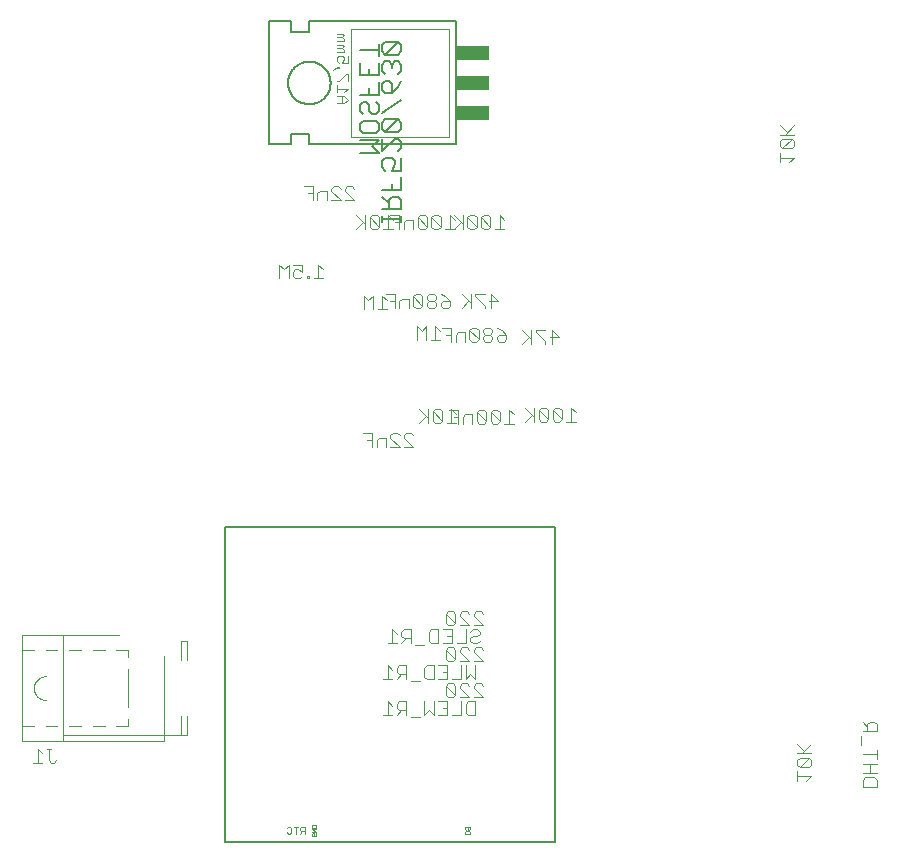
<source format=gbo>
G75*
%MOIN*%
%OFA0B0*%
%FSLAX25Y25*%
%IPPOS*%
%LPD*%
%AMOC8*
5,1,8,0,0,1.08239X$1,22.5*
%
%ADD10C,0.00400*%
%ADD11C,0.00600*%
%ADD12C,0.00200*%
%ADD13R,0.11000X0.05000*%
%ADD14C,0.00700*%
%ADD15C,0.00394*%
%ADD16C,0.00500*%
%ADD17C,0.00100*%
D10*
X0008035Y0031381D02*
X0011105Y0031381D01*
X0009570Y0031381D02*
X0009570Y0035985D01*
X0011105Y0034450D01*
X0012639Y0035985D02*
X0014174Y0035985D01*
X0013407Y0035985D02*
X0013407Y0032148D01*
X0014174Y0031381D01*
X0014941Y0031381D01*
X0015709Y0032148D01*
X0124713Y0047208D02*
X0127782Y0047208D01*
X0129317Y0047208D02*
X0130851Y0048743D01*
X0130084Y0048743D02*
X0132386Y0048743D01*
X0132386Y0047208D02*
X0132386Y0051812D01*
X0130084Y0051812D01*
X0129317Y0051044D01*
X0129317Y0049510D01*
X0130084Y0048743D01*
X0127782Y0050277D02*
X0126247Y0051812D01*
X0126247Y0047208D01*
X0133921Y0046441D02*
X0136990Y0046441D01*
X0138524Y0047208D02*
X0138524Y0051812D01*
X0141594Y0051812D02*
X0141594Y0047208D01*
X0140059Y0048743D01*
X0138524Y0047208D01*
X0143128Y0047208D02*
X0146198Y0047208D01*
X0146198Y0051812D01*
X0143128Y0051812D01*
X0144663Y0049510D02*
X0146198Y0049510D01*
X0147732Y0047208D02*
X0150802Y0047208D01*
X0150802Y0051812D01*
X0150317Y0053208D02*
X0153386Y0053208D01*
X0150317Y0056277D01*
X0150317Y0057044D01*
X0151084Y0057812D01*
X0152619Y0057812D01*
X0153386Y0057044D01*
X0154920Y0057044D02*
X0155688Y0057812D01*
X0157222Y0057812D01*
X0157990Y0057044D01*
X0154920Y0057044D02*
X0154920Y0056277D01*
X0157990Y0053208D01*
X0154920Y0053208D01*
X0155405Y0051812D02*
X0153104Y0051812D01*
X0152336Y0051044D01*
X0152336Y0047975D01*
X0153104Y0047208D01*
X0155405Y0047208D01*
X0155405Y0051812D01*
X0148782Y0053975D02*
X0148782Y0057044D01*
X0148015Y0057812D01*
X0146480Y0057812D01*
X0145713Y0057044D01*
X0148782Y0053975D01*
X0148015Y0053208D01*
X0146480Y0053208D01*
X0145713Y0053975D01*
X0145713Y0057044D01*
X0146198Y0059208D02*
X0143128Y0059208D01*
X0141594Y0059208D02*
X0139292Y0059208D01*
X0138524Y0059975D01*
X0138524Y0063044D01*
X0139292Y0063812D01*
X0141594Y0063812D01*
X0141594Y0059208D01*
X0144663Y0061510D02*
X0146198Y0061510D01*
X0146198Y0063812D02*
X0146198Y0059208D01*
X0147732Y0059208D02*
X0150802Y0059208D01*
X0150802Y0063812D01*
X0150317Y0065208D02*
X0153386Y0065208D01*
X0150317Y0068277D01*
X0150317Y0069044D01*
X0151084Y0069812D01*
X0152619Y0069812D01*
X0153386Y0069044D01*
X0154920Y0069044D02*
X0155688Y0069812D01*
X0157222Y0069812D01*
X0157990Y0069044D01*
X0156138Y0071208D02*
X0156905Y0071975D01*
X0156138Y0071208D02*
X0154604Y0071208D01*
X0153836Y0071975D01*
X0153836Y0072743D01*
X0154604Y0073510D01*
X0156138Y0073510D01*
X0156905Y0074277D01*
X0156905Y0075044D01*
X0156138Y0075812D01*
X0154604Y0075812D01*
X0153836Y0075044D01*
X0152302Y0075812D02*
X0152302Y0071208D01*
X0149232Y0071208D01*
X0147698Y0071208D02*
X0144628Y0071208D01*
X0143094Y0071208D02*
X0140792Y0071208D01*
X0140024Y0071975D01*
X0140024Y0075044D01*
X0140792Y0075812D01*
X0143094Y0075812D01*
X0143094Y0071208D01*
X0145713Y0069044D02*
X0148782Y0065975D01*
X0148015Y0065208D01*
X0146480Y0065208D01*
X0145713Y0065975D01*
X0145713Y0069044D01*
X0146480Y0069812D01*
X0148015Y0069812D01*
X0148782Y0069044D01*
X0148782Y0065975D01*
X0146198Y0063812D02*
X0143128Y0063812D01*
X0136990Y0058441D02*
X0133921Y0058441D01*
X0132386Y0059208D02*
X0132386Y0063812D01*
X0130084Y0063812D01*
X0129317Y0063044D01*
X0129317Y0061510D01*
X0130084Y0060743D01*
X0132386Y0060743D01*
X0130851Y0060743D02*
X0129317Y0059208D01*
X0127782Y0059208D02*
X0124713Y0059208D01*
X0126247Y0059208D02*
X0126247Y0063812D01*
X0127782Y0062277D01*
X0127747Y0071208D02*
X0127747Y0075812D01*
X0129282Y0074277D01*
X0130817Y0073510D02*
X0131584Y0072743D01*
X0133886Y0072743D01*
X0132351Y0072743D02*
X0130817Y0071208D01*
X0129282Y0071208D02*
X0126213Y0071208D01*
X0130817Y0073510D02*
X0130817Y0075044D01*
X0131584Y0075812D01*
X0133886Y0075812D01*
X0133886Y0071208D01*
X0135421Y0070441D02*
X0138490Y0070441D01*
X0144628Y0075812D02*
X0147698Y0075812D01*
X0147698Y0071208D01*
X0147698Y0073510D02*
X0146163Y0073510D01*
X0146480Y0077208D02*
X0148015Y0077208D01*
X0148782Y0077975D01*
X0145713Y0081044D01*
X0145713Y0077975D01*
X0146480Y0077208D01*
X0148782Y0077975D02*
X0148782Y0081044D01*
X0148015Y0081812D01*
X0146480Y0081812D01*
X0145713Y0081044D01*
X0150317Y0081044D02*
X0151084Y0081812D01*
X0152619Y0081812D01*
X0153386Y0081044D01*
X0154920Y0081044D02*
X0155688Y0081812D01*
X0157222Y0081812D01*
X0157990Y0081044D01*
X0154920Y0081044D02*
X0154920Y0080277D01*
X0157990Y0077208D01*
X0154920Y0077208D01*
X0153386Y0077208D02*
X0150317Y0080277D01*
X0150317Y0081044D01*
X0150317Y0077208D02*
X0153386Y0077208D01*
X0154920Y0069044D02*
X0154920Y0068277D01*
X0157990Y0065208D01*
X0154920Y0065208D01*
X0155405Y0063812D02*
X0155405Y0059208D01*
X0153871Y0060743D01*
X0152336Y0059208D01*
X0152336Y0063812D01*
X0134838Y0136637D02*
X0131769Y0136637D01*
X0130234Y0136637D02*
X0127165Y0139706D01*
X0127165Y0140474D01*
X0127932Y0141241D01*
X0129467Y0141241D01*
X0130234Y0140474D01*
X0131769Y0140474D02*
X0132536Y0141241D01*
X0134070Y0141241D01*
X0134838Y0140474D01*
X0131769Y0140474D02*
X0131769Y0139706D01*
X0134838Y0136637D01*
X0130234Y0136637D02*
X0127165Y0136637D01*
X0125630Y0136637D02*
X0125630Y0139706D01*
X0123328Y0139706D01*
X0122561Y0138939D01*
X0122561Y0136637D01*
X0121026Y0136637D02*
X0121026Y0141241D01*
X0117957Y0141241D01*
X0119491Y0138939D02*
X0121026Y0138939D01*
X0136776Y0144570D02*
X0139078Y0146872D01*
X0139845Y0146105D02*
X0136776Y0149174D01*
X0139845Y0149174D02*
X0139845Y0144570D01*
X0141380Y0145337D02*
X0141380Y0148407D01*
X0144449Y0145337D01*
X0143682Y0144570D01*
X0142147Y0144570D01*
X0141380Y0145337D01*
X0144449Y0145337D02*
X0144449Y0148407D01*
X0143682Y0149174D01*
X0142147Y0149174D01*
X0141380Y0148407D01*
X0146748Y0148938D02*
X0149817Y0148938D01*
X0149817Y0144334D01*
X0149053Y0144570D02*
X0145983Y0144570D01*
X0147518Y0144570D02*
X0147518Y0149174D01*
X0149053Y0147639D01*
X0149817Y0146636D02*
X0148283Y0146636D01*
X0151352Y0146636D02*
X0151352Y0144334D01*
X0151352Y0146636D02*
X0152119Y0147403D01*
X0154421Y0147403D01*
X0154421Y0144334D01*
X0155956Y0145101D02*
X0156723Y0144334D01*
X0158258Y0144334D01*
X0159025Y0145101D01*
X0155956Y0148170D01*
X0155956Y0145101D01*
X0159025Y0145101D02*
X0159025Y0148170D01*
X0158258Y0148938D01*
X0156723Y0148938D01*
X0155956Y0148170D01*
X0160560Y0148170D02*
X0160560Y0145101D01*
X0161327Y0144334D01*
X0162862Y0144334D01*
X0163629Y0145101D01*
X0160560Y0148170D01*
X0161327Y0148938D01*
X0162862Y0148938D01*
X0163629Y0148170D01*
X0163629Y0145101D01*
X0165164Y0144334D02*
X0168233Y0144334D01*
X0166698Y0144334D02*
X0166698Y0148938D01*
X0168233Y0147403D01*
X0172012Y0149666D02*
X0175081Y0146597D01*
X0174314Y0147364D02*
X0172012Y0145062D01*
X0175081Y0145062D02*
X0175081Y0149666D01*
X0176616Y0148899D02*
X0179685Y0145830D01*
X0178918Y0145062D01*
X0177383Y0145062D01*
X0176616Y0145830D01*
X0176616Y0148899D01*
X0177383Y0149666D01*
X0178918Y0149666D01*
X0179685Y0148899D01*
X0179685Y0145830D01*
X0181220Y0145830D02*
X0181987Y0145062D01*
X0183522Y0145062D01*
X0184289Y0145830D01*
X0181220Y0148899D01*
X0181220Y0145830D01*
X0184289Y0145830D02*
X0184289Y0148899D01*
X0183522Y0149666D01*
X0181987Y0149666D01*
X0181220Y0148899D01*
X0185824Y0145062D02*
X0188893Y0145062D01*
X0187358Y0145062D02*
X0187358Y0149666D01*
X0188893Y0148131D01*
X0181003Y0170968D02*
X0181003Y0175572D01*
X0183305Y0173270D01*
X0180235Y0173270D01*
X0178701Y0171735D02*
X0178701Y0170968D01*
X0178701Y0171735D02*
X0175632Y0174804D01*
X0175632Y0175572D01*
X0178701Y0175572D01*
X0174097Y0175572D02*
X0174097Y0170968D01*
X0174097Y0172502D02*
X0171028Y0175572D01*
X0173330Y0173270D02*
X0171028Y0170968D01*
X0165772Y0172483D02*
X0165005Y0171716D01*
X0163470Y0171716D01*
X0162703Y0172483D01*
X0162703Y0173250D01*
X0163470Y0174018D01*
X0165772Y0174018D01*
X0165772Y0172483D01*
X0165772Y0174018D02*
X0164238Y0175552D01*
X0162703Y0176320D01*
X0161169Y0175552D02*
X0161169Y0174785D01*
X0160401Y0174018D01*
X0158867Y0174018D01*
X0158099Y0173250D01*
X0158099Y0172483D01*
X0158867Y0171716D01*
X0160401Y0171716D01*
X0161169Y0172483D01*
X0161169Y0173250D01*
X0160401Y0174018D01*
X0158867Y0174018D02*
X0158099Y0174785D01*
X0158099Y0175552D01*
X0158867Y0176320D01*
X0160401Y0176320D01*
X0161169Y0175552D01*
X0156565Y0175552D02*
X0156565Y0172483D01*
X0153495Y0175552D01*
X0153495Y0172483D01*
X0154263Y0171716D01*
X0155797Y0171716D01*
X0156565Y0172483D01*
X0156565Y0175552D02*
X0155797Y0176320D01*
X0154263Y0176320D01*
X0153495Y0175552D01*
X0151961Y0174785D02*
X0149659Y0174785D01*
X0148891Y0174018D01*
X0148891Y0171716D01*
X0147357Y0171716D02*
X0147357Y0176320D01*
X0144287Y0176320D01*
X0143686Y0175277D02*
X0142151Y0176812D01*
X0142151Y0172208D01*
X0140617Y0172208D02*
X0143686Y0172208D01*
X0145822Y0174018D02*
X0147357Y0174018D01*
X0151961Y0174785D02*
X0151961Y0171716D01*
X0150897Y0182936D02*
X0153199Y0185238D01*
X0153966Y0184471D02*
X0150897Y0187540D01*
X0153966Y0187540D02*
X0153966Y0182936D01*
X0155501Y0186773D02*
X0158570Y0183704D01*
X0158570Y0182936D01*
X0160872Y0182936D02*
X0160872Y0187540D01*
X0163174Y0185238D01*
X0160105Y0185238D01*
X0158570Y0187540D02*
X0155501Y0187540D01*
X0155501Y0186773D01*
X0147072Y0185238D02*
X0147072Y0183704D01*
X0146304Y0182936D01*
X0144770Y0182936D01*
X0144002Y0183704D01*
X0144002Y0184471D01*
X0144770Y0185238D01*
X0147072Y0185238D01*
X0145537Y0186773D01*
X0144002Y0187540D01*
X0142468Y0186773D02*
X0142468Y0186005D01*
X0141700Y0185238D01*
X0140166Y0185238D01*
X0139398Y0184471D01*
X0139398Y0183704D01*
X0140166Y0182936D01*
X0141700Y0182936D01*
X0142468Y0183704D01*
X0142468Y0184471D01*
X0141700Y0185238D01*
X0140166Y0185238D02*
X0139398Y0186005D01*
X0139398Y0186773D01*
X0140166Y0187540D01*
X0141700Y0187540D01*
X0142468Y0186773D01*
X0137864Y0186773D02*
X0137864Y0183704D01*
X0134795Y0186773D01*
X0134795Y0183704D01*
X0135562Y0182936D01*
X0137096Y0182936D01*
X0137864Y0183704D01*
X0137864Y0186773D02*
X0137096Y0187540D01*
X0135562Y0187540D01*
X0134795Y0186773D01*
X0133260Y0186005D02*
X0130958Y0186005D01*
X0130191Y0185238D01*
X0130191Y0182936D01*
X0128656Y0182936D02*
X0128656Y0187540D01*
X0125587Y0187540D01*
X0124435Y0187048D02*
X0124435Y0182444D01*
X0125969Y0182444D02*
X0122900Y0182444D01*
X0121365Y0182444D02*
X0121365Y0187048D01*
X0119831Y0185513D01*
X0118296Y0187048D01*
X0118296Y0182444D01*
X0124435Y0187048D02*
X0125969Y0185513D01*
X0127121Y0185238D02*
X0128656Y0185238D01*
X0133260Y0186005D02*
X0133260Y0182936D01*
X0136013Y0176812D02*
X0136013Y0172208D01*
X0139082Y0172208D02*
X0139082Y0176812D01*
X0137547Y0175277D01*
X0136013Y0176812D01*
X0104729Y0192759D02*
X0101660Y0192759D01*
X0103195Y0192759D02*
X0103195Y0197363D01*
X0104729Y0195828D01*
X0100125Y0193526D02*
X0100125Y0192759D01*
X0099358Y0192759D01*
X0099358Y0193526D01*
X0100125Y0193526D01*
X0097823Y0193526D02*
X0097056Y0192759D01*
X0095521Y0192759D01*
X0094754Y0193526D01*
X0094754Y0195061D01*
X0095521Y0195828D01*
X0096289Y0195828D01*
X0097823Y0195061D01*
X0097823Y0197363D01*
X0094754Y0197363D01*
X0093219Y0197363D02*
X0091685Y0195828D01*
X0090150Y0197363D01*
X0090150Y0192759D01*
X0093219Y0192759D02*
X0093219Y0197363D01*
X0115661Y0209255D02*
X0117963Y0211557D01*
X0118730Y0210790D02*
X0115661Y0213859D01*
X0118730Y0213859D02*
X0118730Y0209255D01*
X0120265Y0210022D02*
X0120265Y0213092D01*
X0123334Y0210022D01*
X0122567Y0209255D01*
X0121032Y0209255D01*
X0120265Y0210022D01*
X0123334Y0210022D02*
X0123334Y0213092D01*
X0122567Y0213859D01*
X0121032Y0213859D01*
X0120265Y0213092D01*
X0124869Y0209255D02*
X0127938Y0209255D01*
X0126403Y0209255D02*
X0126403Y0213859D01*
X0127938Y0212324D01*
X0128598Y0211557D02*
X0130132Y0211557D01*
X0131667Y0211557D02*
X0131667Y0209255D01*
X0130132Y0209255D02*
X0130132Y0213859D01*
X0127063Y0213859D01*
X0131667Y0211557D02*
X0132434Y0212324D01*
X0134736Y0212324D01*
X0134736Y0209255D01*
X0136271Y0210022D02*
X0137038Y0209255D01*
X0138573Y0209255D01*
X0139340Y0210022D01*
X0136271Y0213092D01*
X0136271Y0210022D01*
X0139340Y0210022D02*
X0139340Y0213092D01*
X0138573Y0213859D01*
X0137038Y0213859D01*
X0136271Y0213092D01*
X0140875Y0213092D02*
X0140875Y0210022D01*
X0141642Y0209255D01*
X0143177Y0209255D01*
X0143944Y0210022D01*
X0140875Y0213092D01*
X0141642Y0213859D01*
X0143177Y0213859D01*
X0143944Y0213092D01*
X0143944Y0210022D01*
X0145479Y0209255D02*
X0148548Y0209255D01*
X0148261Y0209255D02*
X0150563Y0211557D01*
X0151331Y0210790D02*
X0148261Y0213859D01*
X0147013Y0213859D02*
X0147013Y0209255D01*
X0148548Y0212324D02*
X0147013Y0213859D01*
X0151331Y0213859D02*
X0151331Y0209255D01*
X0152865Y0210022D02*
X0153633Y0209255D01*
X0155167Y0209255D01*
X0155935Y0210022D01*
X0152865Y0213092D01*
X0152865Y0210022D01*
X0155935Y0210022D02*
X0155935Y0213092D01*
X0155167Y0213859D01*
X0153633Y0213859D01*
X0152865Y0213092D01*
X0157469Y0213092D02*
X0160539Y0210022D01*
X0159771Y0209255D01*
X0158237Y0209255D01*
X0157469Y0210022D01*
X0157469Y0213092D01*
X0158237Y0213859D01*
X0159771Y0213859D01*
X0160539Y0213092D01*
X0160539Y0210022D01*
X0162073Y0209255D02*
X0165143Y0209255D01*
X0163608Y0209255D02*
X0163608Y0213859D01*
X0165143Y0212324D01*
X0115153Y0218822D02*
X0112083Y0221891D01*
X0112083Y0222659D01*
X0112851Y0223426D01*
X0114385Y0223426D01*
X0115153Y0222659D01*
X0115153Y0218822D02*
X0112083Y0218822D01*
X0110549Y0218822D02*
X0107480Y0221891D01*
X0107480Y0222659D01*
X0108247Y0223426D01*
X0109782Y0223426D01*
X0110549Y0222659D01*
X0110549Y0218822D02*
X0107480Y0218822D01*
X0105945Y0218822D02*
X0105945Y0221891D01*
X0103643Y0221891D01*
X0102876Y0221124D01*
X0102876Y0218822D01*
X0101341Y0218822D02*
X0101341Y0223426D01*
X0098272Y0223426D01*
X0099806Y0221124D02*
X0101341Y0221124D01*
X0109342Y0251098D02*
X0111744Y0251098D01*
X0112945Y0252299D01*
X0111744Y0253500D01*
X0109342Y0253500D01*
X0109342Y0254782D02*
X0109342Y0257184D01*
X0109342Y0255983D02*
X0112945Y0255983D01*
X0111744Y0254782D01*
X0111143Y0253500D02*
X0111143Y0251098D01*
X0109942Y0258465D02*
X0109342Y0258465D01*
X0109942Y0258465D02*
X0112344Y0260867D01*
X0112945Y0260867D01*
X0112945Y0258465D01*
X0109942Y0262748D02*
X0109342Y0262748D01*
X0109342Y0263349D01*
X0109942Y0263349D01*
X0109942Y0262748D01*
X0109342Y0263349D02*
X0108141Y0262148D01*
X0109942Y0264603D02*
X0109342Y0265204D01*
X0109342Y0266405D01*
X0109942Y0267005D01*
X0111143Y0267005D01*
X0111744Y0266405D01*
X0111744Y0265804D01*
X0111143Y0264603D01*
X0112945Y0264603D01*
X0112945Y0267005D01*
X0111744Y0268286D02*
X0111744Y0268887D01*
X0111143Y0269487D01*
X0111744Y0270088D01*
X0111143Y0270688D01*
X0109342Y0270688D01*
X0109342Y0269487D02*
X0111143Y0269487D01*
X0111744Y0268286D02*
X0109342Y0268286D01*
X0109342Y0271970D02*
X0111744Y0271970D01*
X0111744Y0272570D01*
X0111143Y0273171D01*
X0111744Y0273771D01*
X0111143Y0274372D01*
X0109342Y0274372D01*
X0109342Y0273171D02*
X0111143Y0273171D01*
X0257098Y0243776D02*
X0259400Y0241474D01*
X0258632Y0240707D02*
X0261702Y0243776D01*
X0261702Y0240707D02*
X0257098Y0240707D01*
X0257865Y0239172D02*
X0257098Y0238405D01*
X0257098Y0236870D01*
X0257865Y0236103D01*
X0260934Y0239172D01*
X0257865Y0239172D01*
X0257865Y0236103D02*
X0260934Y0236103D01*
X0261702Y0236870D01*
X0261702Y0238405D01*
X0260934Y0239172D01*
X0257098Y0234568D02*
X0257098Y0231499D01*
X0257098Y0233034D02*
X0261702Y0233034D01*
X0260167Y0231499D01*
X0284676Y0044854D02*
X0286211Y0043320D01*
X0286211Y0044087D02*
X0286211Y0041785D01*
X0284676Y0041785D02*
X0289280Y0041785D01*
X0289280Y0044087D01*
X0288513Y0044854D01*
X0286978Y0044854D01*
X0286211Y0044087D01*
X0283909Y0040250D02*
X0283909Y0037181D01*
X0284676Y0034112D02*
X0289280Y0034112D01*
X0289280Y0035646D02*
X0289280Y0032577D01*
X0289280Y0031042D02*
X0284676Y0031042D01*
X0286978Y0031042D02*
X0286978Y0027973D01*
X0285444Y0026439D02*
X0288513Y0026439D01*
X0289280Y0025671D01*
X0289280Y0023369D01*
X0284676Y0023369D01*
X0284676Y0025671D01*
X0285444Y0026439D01*
X0284676Y0027973D02*
X0289280Y0027973D01*
X0267391Y0026872D02*
X0262787Y0026872D01*
X0262787Y0025338D02*
X0262787Y0028407D01*
X0263554Y0029942D02*
X0266623Y0033011D01*
X0263554Y0033011D01*
X0262787Y0032244D01*
X0262787Y0030709D01*
X0263554Y0029942D01*
X0266623Y0029942D01*
X0267391Y0030709D01*
X0267391Y0032244D01*
X0266623Y0033011D01*
X0267391Y0034546D02*
X0262787Y0034546D01*
X0264321Y0034546D02*
X0267391Y0037615D01*
X0265089Y0035313D02*
X0262787Y0037615D01*
X0267391Y0026872D02*
X0265856Y0025338D01*
D11*
X0149142Y0237453D02*
X0100142Y0237453D01*
X0100142Y0240953D01*
X0094142Y0240953D01*
X0094142Y0237453D01*
X0086642Y0237453D01*
X0086642Y0278453D01*
X0094142Y0278453D01*
X0094142Y0274953D01*
X0100142Y0274953D01*
X0100142Y0278453D01*
X0149142Y0278453D01*
X0149142Y0237453D01*
X0093042Y0257953D02*
X0093044Y0258127D01*
X0093051Y0258301D01*
X0093061Y0258475D01*
X0093076Y0258649D01*
X0093095Y0258822D01*
X0093119Y0258995D01*
X0093147Y0259167D01*
X0093178Y0259338D01*
X0093215Y0259509D01*
X0093255Y0259678D01*
X0093299Y0259847D01*
X0093348Y0260014D01*
X0093400Y0260180D01*
X0093457Y0260345D01*
X0093518Y0260508D01*
X0093582Y0260670D01*
X0093651Y0260830D01*
X0093724Y0260989D01*
X0093800Y0261145D01*
X0093880Y0261300D01*
X0093964Y0261453D01*
X0094052Y0261603D01*
X0094144Y0261751D01*
X0094239Y0261898D01*
X0094337Y0262041D01*
X0094439Y0262182D01*
X0094545Y0262321D01*
X0094654Y0262457D01*
X0094766Y0262591D01*
X0094881Y0262721D01*
X0095000Y0262849D01*
X0095122Y0262973D01*
X0095246Y0263095D01*
X0095374Y0263214D01*
X0095504Y0263329D01*
X0095638Y0263441D01*
X0095774Y0263550D01*
X0095913Y0263656D01*
X0096054Y0263758D01*
X0096197Y0263856D01*
X0096344Y0263951D01*
X0096492Y0264043D01*
X0096642Y0264131D01*
X0096795Y0264215D01*
X0096950Y0264295D01*
X0097106Y0264371D01*
X0097265Y0264444D01*
X0097425Y0264513D01*
X0097587Y0264577D01*
X0097750Y0264638D01*
X0097915Y0264695D01*
X0098081Y0264747D01*
X0098248Y0264796D01*
X0098417Y0264840D01*
X0098586Y0264880D01*
X0098757Y0264917D01*
X0098928Y0264948D01*
X0099100Y0264976D01*
X0099273Y0265000D01*
X0099446Y0265019D01*
X0099620Y0265034D01*
X0099794Y0265044D01*
X0099968Y0265051D01*
X0100142Y0265053D01*
X0100316Y0265051D01*
X0100490Y0265044D01*
X0100664Y0265034D01*
X0100838Y0265019D01*
X0101011Y0265000D01*
X0101184Y0264976D01*
X0101356Y0264948D01*
X0101527Y0264917D01*
X0101698Y0264880D01*
X0101867Y0264840D01*
X0102036Y0264796D01*
X0102203Y0264747D01*
X0102369Y0264695D01*
X0102534Y0264638D01*
X0102697Y0264577D01*
X0102859Y0264513D01*
X0103019Y0264444D01*
X0103178Y0264371D01*
X0103334Y0264295D01*
X0103489Y0264215D01*
X0103642Y0264131D01*
X0103792Y0264043D01*
X0103940Y0263951D01*
X0104087Y0263856D01*
X0104230Y0263758D01*
X0104371Y0263656D01*
X0104510Y0263550D01*
X0104646Y0263441D01*
X0104780Y0263329D01*
X0104910Y0263214D01*
X0105038Y0263095D01*
X0105162Y0262973D01*
X0105284Y0262849D01*
X0105403Y0262721D01*
X0105518Y0262591D01*
X0105630Y0262457D01*
X0105739Y0262321D01*
X0105845Y0262182D01*
X0105947Y0262041D01*
X0106045Y0261898D01*
X0106140Y0261751D01*
X0106232Y0261603D01*
X0106320Y0261453D01*
X0106404Y0261300D01*
X0106484Y0261145D01*
X0106560Y0260989D01*
X0106633Y0260830D01*
X0106702Y0260670D01*
X0106766Y0260508D01*
X0106827Y0260345D01*
X0106884Y0260180D01*
X0106936Y0260014D01*
X0106985Y0259847D01*
X0107029Y0259678D01*
X0107069Y0259509D01*
X0107106Y0259338D01*
X0107137Y0259167D01*
X0107165Y0258995D01*
X0107189Y0258822D01*
X0107208Y0258649D01*
X0107223Y0258475D01*
X0107233Y0258301D01*
X0107240Y0258127D01*
X0107242Y0257953D01*
X0107240Y0257779D01*
X0107233Y0257605D01*
X0107223Y0257431D01*
X0107208Y0257257D01*
X0107189Y0257084D01*
X0107165Y0256911D01*
X0107137Y0256739D01*
X0107106Y0256568D01*
X0107069Y0256397D01*
X0107029Y0256228D01*
X0106985Y0256059D01*
X0106936Y0255892D01*
X0106884Y0255726D01*
X0106827Y0255561D01*
X0106766Y0255398D01*
X0106702Y0255236D01*
X0106633Y0255076D01*
X0106560Y0254917D01*
X0106484Y0254761D01*
X0106404Y0254606D01*
X0106320Y0254453D01*
X0106232Y0254303D01*
X0106140Y0254155D01*
X0106045Y0254008D01*
X0105947Y0253865D01*
X0105845Y0253724D01*
X0105739Y0253585D01*
X0105630Y0253449D01*
X0105518Y0253315D01*
X0105403Y0253185D01*
X0105284Y0253057D01*
X0105162Y0252933D01*
X0105038Y0252811D01*
X0104910Y0252692D01*
X0104780Y0252577D01*
X0104646Y0252465D01*
X0104510Y0252356D01*
X0104371Y0252250D01*
X0104230Y0252148D01*
X0104087Y0252050D01*
X0103940Y0251955D01*
X0103792Y0251863D01*
X0103642Y0251775D01*
X0103489Y0251691D01*
X0103334Y0251611D01*
X0103178Y0251535D01*
X0103019Y0251462D01*
X0102859Y0251393D01*
X0102697Y0251329D01*
X0102534Y0251268D01*
X0102369Y0251211D01*
X0102203Y0251159D01*
X0102036Y0251110D01*
X0101867Y0251066D01*
X0101698Y0251026D01*
X0101527Y0250989D01*
X0101356Y0250958D01*
X0101184Y0250930D01*
X0101011Y0250906D01*
X0100838Y0250887D01*
X0100664Y0250872D01*
X0100490Y0250862D01*
X0100316Y0250855D01*
X0100142Y0250853D01*
X0099968Y0250855D01*
X0099794Y0250862D01*
X0099620Y0250872D01*
X0099446Y0250887D01*
X0099273Y0250906D01*
X0099100Y0250930D01*
X0098928Y0250958D01*
X0098757Y0250989D01*
X0098586Y0251026D01*
X0098417Y0251066D01*
X0098248Y0251110D01*
X0098081Y0251159D01*
X0097915Y0251211D01*
X0097750Y0251268D01*
X0097587Y0251329D01*
X0097425Y0251393D01*
X0097265Y0251462D01*
X0097106Y0251535D01*
X0096950Y0251611D01*
X0096795Y0251691D01*
X0096642Y0251775D01*
X0096492Y0251863D01*
X0096344Y0251955D01*
X0096197Y0252050D01*
X0096054Y0252148D01*
X0095913Y0252250D01*
X0095774Y0252356D01*
X0095638Y0252465D01*
X0095504Y0252577D01*
X0095374Y0252692D01*
X0095246Y0252811D01*
X0095122Y0252933D01*
X0095000Y0253057D01*
X0094881Y0253185D01*
X0094766Y0253315D01*
X0094654Y0253449D01*
X0094545Y0253585D01*
X0094439Y0253724D01*
X0094337Y0253865D01*
X0094239Y0254008D01*
X0094144Y0254155D01*
X0094052Y0254303D01*
X0093964Y0254453D01*
X0093880Y0254606D01*
X0093800Y0254761D01*
X0093724Y0254917D01*
X0093651Y0255076D01*
X0093582Y0255236D01*
X0093518Y0255398D01*
X0093457Y0255561D01*
X0093400Y0255726D01*
X0093348Y0255892D01*
X0093299Y0256059D01*
X0093255Y0256228D01*
X0093215Y0256397D01*
X0093178Y0256568D01*
X0093147Y0256739D01*
X0093119Y0256911D01*
X0093095Y0257084D01*
X0093076Y0257257D01*
X0093061Y0257431D01*
X0093051Y0257605D01*
X0093044Y0257779D01*
X0093042Y0257953D01*
D12*
X0114142Y0239953D02*
X0114142Y0275953D01*
X0146642Y0275953D01*
X0146642Y0239953D01*
X0114142Y0239953D01*
X0098565Y0009902D02*
X0097464Y0009902D01*
X0097097Y0009535D01*
X0097097Y0008801D01*
X0097464Y0008434D01*
X0098565Y0008434D01*
X0097831Y0008434D02*
X0097097Y0007700D01*
X0098565Y0007700D02*
X0098565Y0009902D01*
X0096355Y0009902D02*
X0094887Y0009902D01*
X0095621Y0009902D02*
X0095621Y0007700D01*
X0094145Y0008067D02*
X0094145Y0009535D01*
X0093778Y0009902D01*
X0093044Y0009902D01*
X0092677Y0009535D01*
X0092677Y0008067D02*
X0093044Y0007700D01*
X0093778Y0007700D01*
X0094145Y0008067D01*
D13*
X0154642Y0247953D03*
X0154642Y0257953D03*
X0154642Y0267953D03*
D14*
X0130797Y0268408D02*
X0130797Y0270510D01*
X0129746Y0271561D01*
X0125543Y0267357D01*
X0124492Y0268408D01*
X0124492Y0270510D01*
X0125543Y0271561D01*
X0129746Y0271561D01*
X0130797Y0268408D02*
X0129746Y0267357D01*
X0125543Y0267357D01*
X0125543Y0265115D02*
X0124492Y0264064D01*
X0124492Y0261963D01*
X0125543Y0260912D01*
X0125543Y0258670D02*
X0126594Y0258670D01*
X0127644Y0257619D01*
X0127644Y0254466D01*
X0125543Y0254466D01*
X0124492Y0255517D01*
X0124492Y0257619D01*
X0125543Y0258670D01*
X0123297Y0258170D02*
X0123297Y0253966D01*
X0116992Y0253966D01*
X0118043Y0251724D02*
X0116992Y0250673D01*
X0116992Y0248572D01*
X0118043Y0247521D01*
X0118043Y0245279D02*
X0122246Y0245279D01*
X0123297Y0244228D01*
X0123297Y0242126D01*
X0122246Y0241075D01*
X0118043Y0241075D01*
X0116992Y0242126D01*
X0116992Y0244228D01*
X0118043Y0245279D01*
X0121195Y0247521D02*
X0120144Y0248572D01*
X0120144Y0250673D01*
X0119094Y0251724D01*
X0118043Y0251724D01*
X0120144Y0253966D02*
X0120144Y0256068D01*
X0120144Y0260412D02*
X0120144Y0262513D01*
X0116992Y0260412D02*
X0116992Y0264615D01*
X0116992Y0268959D02*
X0123297Y0268959D01*
X0123297Y0266857D02*
X0123297Y0271061D01*
X0125543Y0265115D02*
X0126594Y0265115D01*
X0127644Y0264064D01*
X0127644Y0263013D01*
X0127644Y0264064D02*
X0128695Y0265115D01*
X0129746Y0265115D01*
X0130797Y0264064D01*
X0130797Y0261963D01*
X0129746Y0260912D01*
X0130797Y0258670D02*
X0129746Y0256568D01*
X0127644Y0254466D01*
X0130797Y0252224D02*
X0124492Y0248021D01*
X0123297Y0248572D02*
X0122246Y0247521D01*
X0121195Y0247521D01*
X0123297Y0248572D02*
X0123297Y0250673D01*
X0122246Y0251724D01*
X0125543Y0245779D02*
X0124492Y0244728D01*
X0124492Y0242626D01*
X0125543Y0241575D01*
X0129746Y0245779D01*
X0125543Y0245779D01*
X0125543Y0241575D02*
X0129746Y0241575D01*
X0130797Y0242626D01*
X0130797Y0244728D01*
X0129746Y0245779D01*
X0129746Y0239333D02*
X0128695Y0239333D01*
X0124492Y0235130D01*
X0124492Y0239333D01*
X0123297Y0238833D02*
X0116992Y0238833D01*
X0121195Y0236732D02*
X0123297Y0238833D01*
X0121195Y0236732D02*
X0123297Y0234630D01*
X0116992Y0234630D01*
X0124492Y0231837D02*
X0124492Y0229735D01*
X0125543Y0228684D01*
X0127644Y0228684D02*
X0128695Y0230786D01*
X0128695Y0231837D01*
X0127644Y0232888D01*
X0125543Y0232888D01*
X0124492Y0231837D01*
X0127644Y0228684D02*
X0130797Y0228684D01*
X0130797Y0232888D01*
X0129746Y0235130D02*
X0130797Y0236181D01*
X0130797Y0238282D01*
X0129746Y0239333D01*
X0130797Y0226442D02*
X0130797Y0222239D01*
X0124492Y0222239D01*
X0124492Y0219997D02*
X0126594Y0217895D01*
X0126594Y0218946D02*
X0126594Y0215793D01*
X0124492Y0215793D02*
X0130797Y0215793D01*
X0130797Y0218946D01*
X0129746Y0219997D01*
X0127644Y0219997D01*
X0126594Y0218946D01*
X0127644Y0222239D02*
X0127644Y0224340D01*
X0124492Y0213598D02*
X0124492Y0211496D01*
X0124492Y0212547D02*
X0130797Y0212547D01*
X0130797Y0211496D02*
X0130797Y0213598D01*
X0123297Y0260412D02*
X0116992Y0260412D01*
X0123297Y0260412D02*
X0123297Y0264615D01*
D15*
X0036622Y0073898D02*
X0004378Y0073898D01*
X0004378Y0068780D01*
X0008315Y0068780D01*
X0012252Y0068780D02*
X0016189Y0068780D01*
X0020126Y0068780D02*
X0024063Y0068780D01*
X0028000Y0068780D02*
X0031937Y0068780D01*
X0035874Y0068780D02*
X0039811Y0068780D01*
X0039811Y0066417D01*
X0039811Y0062480D02*
X0039811Y0060118D01*
X0039811Y0052244D01*
X0039811Y0049882D01*
X0039811Y0045945D02*
X0039811Y0043583D01*
X0035874Y0043583D01*
X0031937Y0043583D02*
X0028000Y0043583D01*
X0024063Y0043583D02*
X0020126Y0043583D01*
X0018157Y0040433D02*
X0051622Y0040433D01*
X0051622Y0066929D01*
X0057528Y0065433D02*
X0057528Y0071929D01*
X0059496Y0071929D01*
X0059496Y0065433D01*
X0059496Y0046929D02*
X0059496Y0040433D01*
X0057528Y0040433D01*
X0057528Y0046929D01*
X0057528Y0040433D02*
X0051622Y0040433D01*
X0051622Y0038465D01*
X0004378Y0038465D01*
X0004378Y0043583D01*
X0008315Y0043583D01*
X0012252Y0043583D02*
X0016189Y0043583D01*
X0018157Y0040433D02*
X0018157Y0038465D01*
X0018157Y0040433D02*
X0018157Y0073898D01*
X0004378Y0068780D02*
X0004378Y0043583D01*
X0012252Y0052244D02*
X0012128Y0052246D01*
X0012005Y0052252D01*
X0011881Y0052261D01*
X0011759Y0052275D01*
X0011636Y0052292D01*
X0011514Y0052314D01*
X0011393Y0052339D01*
X0011273Y0052368D01*
X0011154Y0052400D01*
X0011035Y0052437D01*
X0010918Y0052477D01*
X0010803Y0052520D01*
X0010688Y0052568D01*
X0010576Y0052619D01*
X0010465Y0052673D01*
X0010355Y0052731D01*
X0010248Y0052792D01*
X0010142Y0052857D01*
X0010039Y0052925D01*
X0009938Y0052996D01*
X0009839Y0053070D01*
X0009742Y0053147D01*
X0009648Y0053228D01*
X0009557Y0053311D01*
X0009468Y0053397D01*
X0009382Y0053486D01*
X0009299Y0053577D01*
X0009218Y0053671D01*
X0009141Y0053768D01*
X0009067Y0053867D01*
X0008996Y0053968D01*
X0008928Y0054071D01*
X0008863Y0054177D01*
X0008802Y0054284D01*
X0008744Y0054394D01*
X0008690Y0054505D01*
X0008639Y0054617D01*
X0008591Y0054732D01*
X0008548Y0054847D01*
X0008508Y0054964D01*
X0008471Y0055083D01*
X0008439Y0055202D01*
X0008410Y0055322D01*
X0008385Y0055443D01*
X0008363Y0055565D01*
X0008346Y0055688D01*
X0008332Y0055810D01*
X0008323Y0055934D01*
X0008317Y0056057D01*
X0008315Y0056181D01*
X0008317Y0056305D01*
X0008323Y0056428D01*
X0008332Y0056552D01*
X0008346Y0056674D01*
X0008363Y0056797D01*
X0008385Y0056919D01*
X0008410Y0057040D01*
X0008439Y0057160D01*
X0008471Y0057279D01*
X0008508Y0057398D01*
X0008548Y0057515D01*
X0008591Y0057630D01*
X0008639Y0057745D01*
X0008690Y0057857D01*
X0008744Y0057968D01*
X0008802Y0058078D01*
X0008863Y0058185D01*
X0008928Y0058291D01*
X0008996Y0058394D01*
X0009067Y0058495D01*
X0009141Y0058594D01*
X0009218Y0058691D01*
X0009299Y0058785D01*
X0009382Y0058876D01*
X0009468Y0058965D01*
X0009557Y0059051D01*
X0009648Y0059134D01*
X0009742Y0059215D01*
X0009839Y0059292D01*
X0009938Y0059366D01*
X0010039Y0059437D01*
X0010142Y0059505D01*
X0010248Y0059570D01*
X0010355Y0059631D01*
X0010465Y0059689D01*
X0010576Y0059743D01*
X0010688Y0059794D01*
X0010803Y0059842D01*
X0010918Y0059885D01*
X0011035Y0059925D01*
X0011154Y0059962D01*
X0011273Y0059994D01*
X0011393Y0060023D01*
X0011514Y0060048D01*
X0011636Y0060070D01*
X0011759Y0060087D01*
X0011881Y0060101D01*
X0012005Y0060110D01*
X0012128Y0060116D01*
X0012252Y0060118D01*
D16*
X0072035Y0110000D02*
X0072035Y0005000D01*
X0182035Y0005000D01*
X0182035Y0110000D01*
X0072035Y0110000D01*
D17*
X0101247Y0010680D02*
X0102248Y0010680D01*
X0102499Y0010430D01*
X0102499Y0009679D01*
X0100997Y0009679D01*
X0100997Y0010430D01*
X0101247Y0010680D01*
X0100997Y0009207D02*
X0102499Y0009207D01*
X0102499Y0008206D02*
X0100997Y0008206D01*
X0101247Y0007733D02*
X0101748Y0007733D01*
X0101748Y0007233D01*
X0102248Y0006733D02*
X0101247Y0006733D01*
X0100997Y0006983D01*
X0100997Y0007483D01*
X0101247Y0007733D01*
X0102248Y0007733D02*
X0102499Y0007483D01*
X0102499Y0006983D01*
X0102248Y0006733D01*
X0102499Y0008206D02*
X0100997Y0009207D01*
X0152178Y0009299D02*
X0152429Y0009049D01*
X0152178Y0009299D02*
X0152178Y0009800D01*
X0152429Y0010050D01*
X0152679Y0010050D01*
X0152929Y0009800D01*
X0152929Y0009299D01*
X0153179Y0009049D01*
X0153429Y0009049D01*
X0153680Y0009299D01*
X0153680Y0009800D01*
X0153429Y0010050D01*
X0153429Y0008577D02*
X0153680Y0008327D01*
X0153680Y0007576D01*
X0152178Y0007576D01*
X0152178Y0008327D01*
X0152429Y0008577D01*
X0153429Y0008577D01*
M02*

</source>
